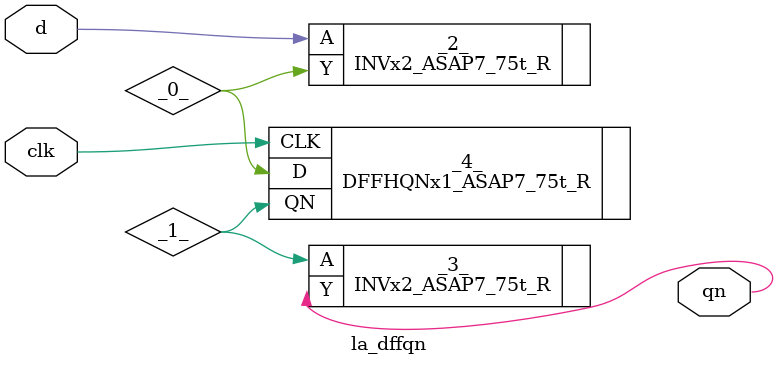
<source format=v>

/* Generated by Yosys 0.44 (git sha1 80ba43d26, g++ 11.4.0-1ubuntu1~22.04 -fPIC -O3) */

(* top =  1  *)
(* src = "inputs/la_dffqn.v:10.1-20.10" *)
module la_dffqn (
    d,
    clk,
    qn
);
  (* src = "inputs/la_dffqn.v:18.3-18.34" *)
  wire _0_;
  wire _1_;
  (* src = "inputs/la_dffqn.v:14.11-14.14" *)
  input clk;
  wire clk;
  (* src = "inputs/la_dffqn.v:13.11-13.12" *)
  input d;
  wire d;
  (* src = "inputs/la_dffqn.v:15.16-15.18" *)
  output qn;
  wire qn;
  INVx2_ASAP7_75t_R _2_ (
      .A(d),
      .Y(_0_)
  );
  INVx2_ASAP7_75t_R _3_ (
      .A(_1_),
      .Y(qn)
  );
  (* src = "inputs/la_dffqn.v:18.3-18.34" *)
  DFFHQNx1_ASAP7_75t_R _4_ (
      .CLK(clk),
      .D  (_0_),
      .QN (_1_)
  );
endmodule

</source>
